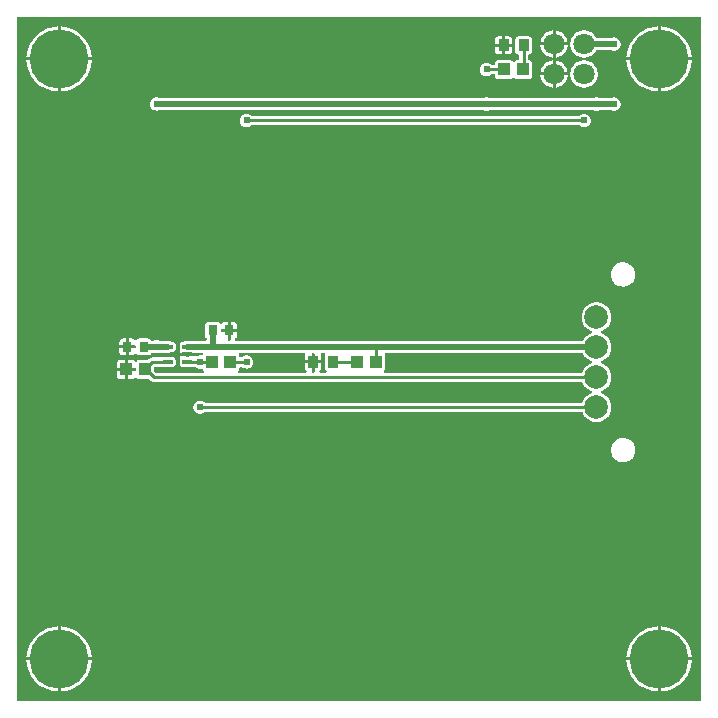
<source format=gtl>
G04 Layer: TopLayer*
G04 Panelize: , Column: 2, Row: 2, Board Size: 58.42mm x 58.42mm, Panelized Board Size: 118.84mm x 118.84mm*
G04 EasyEDA v6.5.34, 2023-08-21 18:11:39*
G04 ba809c9b4c8644faba3ff844f2f4f7cd,5a6b42c53f6a479593ecc07194224c93,10*
G04 Gerber Generator version 0.2*
G04 Scale: 100 percent, Rotated: No, Reflected: No *
G04 Dimensions in millimeters *
G04 leading zeros omitted , absolute positions ,4 integer and 5 decimal *
%FSLAX45Y45*%
%MOMM*%

%ADD10C,0.2540*%
%ADD11C,0.5000*%
%ADD12R,0.8350X0.3150*%
%ADD13R,0.8000X0.9000*%
%ADD14R,1.0000X1.1000*%
%ADD15R,0.8999X1.0000*%
%ADD16C,5.0000*%
%ADD17C,2.0000*%
%ADD18C,1.8000*%
%ADD19C,0.6100*%
%ADD20C,0.6096*%
%ADD21C,0.0118*%

%LPD*%
G36*
X5805932Y25908D02*
G01*
X36068Y26416D01*
X32156Y27178D01*
X28905Y29362D01*
X26670Y32664D01*
X25908Y36576D01*
X25908Y5805932D01*
X26670Y5809843D01*
X28905Y5813094D01*
X32156Y5815330D01*
X36068Y5816092D01*
X5805932Y5816092D01*
X5809843Y5815330D01*
X5813094Y5813094D01*
X5815330Y5809843D01*
X5816092Y5805932D01*
X5816092Y36068D01*
X5815330Y32207D01*
X5813094Y28905D01*
X5809843Y26670D01*
G37*

%LPC*%
G36*
X4584700Y5600700D02*
G01*
X4687112Y5600700D01*
X4686960Y5602528D01*
X4684268Y5616803D01*
X4679746Y5630672D01*
X4673549Y5643829D01*
X4665776Y5656122D01*
X4656480Y5667349D01*
X4645863Y5677306D01*
X4634077Y5685840D01*
X4621326Y5692851D01*
X4607814Y5698236D01*
X4593691Y5701842D01*
X4584700Y5702960D01*
G37*
G36*
X5448300Y105613D02*
G01*
X5448300Y368300D01*
X5185410Y368300D01*
X5187289Y346405D01*
X5191150Y323646D01*
X5196890Y301244D01*
X5204460Y279450D01*
X5213858Y258317D01*
X5224983Y238099D01*
X5237784Y218846D01*
X5252161Y200710D01*
X5267960Y183896D01*
X5285130Y168402D01*
X5303520Y154432D01*
X5323027Y142087D01*
X5343499Y131368D01*
X5364835Y122428D01*
X5386781Y115265D01*
X5409285Y109982D01*
X5432145Y106629D01*
G37*
G36*
X368300Y105613D02*
G01*
X368300Y368300D01*
X105410Y368300D01*
X107289Y346405D01*
X111150Y323646D01*
X116890Y301244D01*
X124460Y279450D01*
X133858Y258317D01*
X144983Y238099D01*
X157784Y218846D01*
X172161Y200710D01*
X187960Y183896D01*
X205130Y168402D01*
X223520Y154432D01*
X243027Y142087D01*
X263499Y131368D01*
X284835Y122428D01*
X306781Y115265D01*
X329285Y109982D01*
X352145Y106629D01*
G37*
G36*
X5473700Y393700D02*
G01*
X5736336Y393700D01*
X5735929Y404063D01*
X5733034Y427024D01*
X5728208Y449630D01*
X5721553Y471728D01*
X5713018Y493217D01*
X5702757Y513892D01*
X5690819Y533704D01*
X5677204Y552348D01*
X5662117Y569874D01*
X5645607Y586028D01*
X5627827Y600760D01*
X5608828Y613968D01*
X5588812Y625500D01*
X5567934Y635355D01*
X5546242Y643382D01*
X5523992Y649630D01*
X5501284Y653948D01*
X5478322Y656336D01*
X5473700Y656437D01*
G37*
G36*
X393700Y393700D02*
G01*
X656336Y393700D01*
X655929Y404063D01*
X653034Y427024D01*
X648208Y449630D01*
X641553Y471728D01*
X633018Y493217D01*
X622757Y513892D01*
X610819Y533704D01*
X597204Y552348D01*
X582117Y569874D01*
X565607Y586028D01*
X547827Y600760D01*
X528828Y613968D01*
X508812Y625500D01*
X487934Y635355D01*
X466242Y643382D01*
X443992Y649630D01*
X421284Y653948D01*
X398322Y656336D01*
X393700Y656437D01*
G37*
G36*
X5185410Y393700D02*
G01*
X5448300Y393700D01*
X5448300Y656386D01*
X5432145Y655370D01*
X5409285Y652018D01*
X5386781Y646734D01*
X5364835Y639572D01*
X5343499Y630631D01*
X5323027Y619912D01*
X5303520Y607568D01*
X5285130Y593598D01*
X5267960Y578104D01*
X5252161Y561289D01*
X5237784Y543153D01*
X5224983Y523900D01*
X5213858Y503682D01*
X5204460Y482549D01*
X5196890Y460756D01*
X5191150Y438353D01*
X5187289Y415594D01*
G37*
G36*
X105410Y393700D02*
G01*
X368300Y393700D01*
X368300Y656386D01*
X352145Y655370D01*
X329285Y652018D01*
X306781Y646734D01*
X284835Y639572D01*
X263499Y630631D01*
X243027Y619912D01*
X223520Y607568D01*
X205130Y593598D01*
X187960Y578104D01*
X172161Y561289D01*
X157784Y543153D01*
X144983Y523900D01*
X133858Y503682D01*
X124460Y482549D01*
X116890Y460756D01*
X111150Y438353D01*
X107289Y415594D01*
G37*
G36*
X5152745Y2046274D02*
G01*
X5166563Y2046732D01*
X5180177Y2049018D01*
X5193385Y2053132D01*
X5205933Y2058924D01*
X5217566Y2066391D01*
X5228082Y2075281D01*
X5237378Y2085543D01*
X5245201Y2096922D01*
X5251399Y2109216D01*
X5255920Y2122271D01*
X5258663Y2135835D01*
X5259628Y2149602D01*
X5258663Y2163368D01*
X5255920Y2176932D01*
X5251399Y2189937D01*
X5245201Y2202281D01*
X5237378Y2213660D01*
X5228082Y2223922D01*
X5217566Y2232812D01*
X5205933Y2240280D01*
X5193385Y2246071D01*
X5180177Y2250186D01*
X5166563Y2252472D01*
X5152745Y2252929D01*
X5139029Y2251557D01*
X5125618Y2248357D01*
X5112715Y2243378D01*
X5100574Y2236724D01*
X5089499Y2228545D01*
X5079542Y2218944D01*
X5071008Y2208123D01*
X5063947Y2196236D01*
X5058562Y2183536D01*
X5054904Y2170176D01*
X5053076Y2156510D01*
X5053076Y2142693D01*
X5054904Y2129028D01*
X5058562Y2115667D01*
X5063947Y2102967D01*
X5071008Y2091080D01*
X5079542Y2080260D01*
X5089499Y2070658D01*
X5100574Y2062480D01*
X5112715Y2055825D01*
X5125618Y2050846D01*
X5139029Y2047646D01*
G37*
G36*
X4931206Y2386279D02*
G01*
X4946396Y2387193D01*
X4961331Y2389936D01*
X4975860Y2394458D01*
X4989728Y2400706D01*
X5002733Y2408580D01*
X5014722Y2417927D01*
X5025440Y2428697D01*
X5034838Y2440635D01*
X5042662Y2453690D01*
X5048910Y2467508D01*
X5053431Y2482037D01*
X5056174Y2496972D01*
X5057089Y2512161D01*
X5056174Y2527350D01*
X5053431Y2542286D01*
X5048910Y2556814D01*
X5042662Y2570683D01*
X5034838Y2583688D01*
X5025440Y2595626D01*
X5014722Y2606395D01*
X5002733Y2615793D01*
X4989728Y2623616D01*
X4975809Y2629916D01*
X4972659Y2632151D01*
X4970526Y2635351D01*
X4969814Y2639161D01*
X4970526Y2642971D01*
X4972659Y2646222D01*
X4975809Y2648458D01*
X4989728Y2654706D01*
X5002733Y2662580D01*
X5014722Y2671927D01*
X5025440Y2682697D01*
X5034838Y2694635D01*
X5042662Y2707690D01*
X5048910Y2721508D01*
X5053431Y2736037D01*
X5056174Y2750972D01*
X5057089Y2766161D01*
X5056174Y2781350D01*
X5053431Y2796286D01*
X5048910Y2810814D01*
X5042662Y2824683D01*
X5034838Y2837688D01*
X5025440Y2849626D01*
X5014722Y2860395D01*
X5002733Y2869793D01*
X4989728Y2877616D01*
X4975809Y2883916D01*
X4972659Y2886151D01*
X4970526Y2889351D01*
X4969814Y2893161D01*
X4970526Y2896971D01*
X4972659Y2900222D01*
X4975809Y2902458D01*
X4989728Y2908706D01*
X5002733Y2916580D01*
X5014722Y2925927D01*
X5025440Y2936697D01*
X5034838Y2948635D01*
X5042662Y2961690D01*
X5048910Y2975508D01*
X5053431Y2990037D01*
X5056174Y3004972D01*
X5057089Y3020161D01*
X5056174Y3035350D01*
X5053431Y3050286D01*
X5048910Y3064814D01*
X5042662Y3078683D01*
X5034838Y3091688D01*
X5025440Y3103626D01*
X5014722Y3114395D01*
X5002733Y3123793D01*
X4989728Y3131616D01*
X4975809Y3137916D01*
X4972659Y3140151D01*
X4970526Y3143351D01*
X4969814Y3147161D01*
X4970526Y3150971D01*
X4972659Y3154222D01*
X4975809Y3156458D01*
X4989728Y3162706D01*
X5002733Y3170580D01*
X5014722Y3179927D01*
X5025440Y3190697D01*
X5034838Y3202635D01*
X5042662Y3215690D01*
X5048910Y3229508D01*
X5053431Y3244037D01*
X5056174Y3258972D01*
X5057089Y3274161D01*
X5056174Y3289350D01*
X5053431Y3304286D01*
X5048910Y3318814D01*
X5042662Y3332683D01*
X5034838Y3345687D01*
X5025440Y3357626D01*
X5014722Y3368395D01*
X5002733Y3377793D01*
X4989728Y3385616D01*
X4975860Y3391865D01*
X4961331Y3396386D01*
X4946396Y3399129D01*
X4931206Y3400044D01*
X4916017Y3399129D01*
X4901082Y3396386D01*
X4886553Y3391865D01*
X4872736Y3385616D01*
X4859680Y3377793D01*
X4847742Y3368395D01*
X4836972Y3357626D01*
X4827625Y3345687D01*
X4819751Y3332683D01*
X4813503Y3318814D01*
X4808982Y3304286D01*
X4806238Y3289350D01*
X4805324Y3274161D01*
X4806238Y3258972D01*
X4808982Y3244037D01*
X4813503Y3229508D01*
X4819751Y3215690D01*
X4827625Y3202635D01*
X4836972Y3190697D01*
X4847742Y3179927D01*
X4859680Y3170580D01*
X4872736Y3162706D01*
X4886655Y3156458D01*
X4889804Y3154222D01*
X4891887Y3150971D01*
X4892649Y3147161D01*
X4891887Y3143351D01*
X4889804Y3140151D01*
X4886655Y3137916D01*
X4872736Y3131616D01*
X4859680Y3123793D01*
X4847742Y3114395D01*
X4836972Y3103626D01*
X4827625Y3091688D01*
X4820970Y3080715D01*
X4818684Y3078073D01*
X4815687Y3076397D01*
X4812284Y3075787D01*
X1880057Y3075787D01*
X1875840Y3076702D01*
X1872386Y3079343D01*
X1870303Y3083153D01*
X1870049Y3087471D01*
X1871573Y3091535D01*
X1874672Y3094532D01*
X1878685Y3097072D01*
X1882800Y3101187D01*
X1885848Y3106064D01*
X1887778Y3111550D01*
X1888489Y3117850D01*
X1888489Y3149600D01*
X1835302Y3149600D01*
X1835302Y3085947D01*
X1834489Y3082086D01*
X1832305Y3078784D01*
X1829003Y3076549D01*
X1825142Y3075787D01*
X1820062Y3075787D01*
X1816150Y3076549D01*
X1812848Y3078784D01*
X1810664Y3082086D01*
X1809902Y3085947D01*
X1809902Y3149600D01*
X1758696Y3149600D01*
X1754784Y3150362D01*
X1751482Y3152546D01*
X1749298Y3155848D01*
X1748536Y3159760D01*
X1748536Y3164840D01*
X1749298Y3168700D01*
X1751482Y3172002D01*
X1754784Y3174238D01*
X1758696Y3175000D01*
X1809902Y3175000D01*
X1809902Y3233216D01*
X1783181Y3233216D01*
X1776831Y3232505D01*
X1771396Y3230575D01*
X1766468Y3227476D01*
X1762404Y3223412D01*
X1761185Y3221532D01*
X1758391Y3218586D01*
X1754632Y3216960D01*
X1750568Y3216960D01*
X1746808Y3218586D01*
X1744014Y3221532D01*
X1742795Y3223412D01*
X1738731Y3227476D01*
X1733804Y3230575D01*
X1728368Y3232505D01*
X1722018Y3233216D01*
X1643176Y3233216D01*
X1636877Y3232505D01*
X1631391Y3230575D01*
X1626514Y3227476D01*
X1622399Y3223412D01*
X1619300Y3218484D01*
X1617421Y3213049D01*
X1616710Y3206699D01*
X1616710Y3117850D01*
X1617421Y3111550D01*
X1619300Y3106064D01*
X1622399Y3101187D01*
X1629460Y3094532D01*
X1631137Y3091586D01*
X1631696Y3085947D01*
X1630933Y3082086D01*
X1628698Y3078784D01*
X1625396Y3076549D01*
X1621536Y3075787D01*
X1468983Y3075787D01*
X1459738Y3074974D01*
X1451152Y3072688D01*
X1443126Y3068929D01*
X1439519Y3066999D01*
X1436471Y3066542D01*
X1427378Y3066542D01*
X1421079Y3065830D01*
X1415592Y3063900D01*
X1410716Y3060852D01*
X1406601Y3056737D01*
X1403553Y3051860D01*
X1401622Y3046374D01*
X1400911Y3040075D01*
X1400911Y3009696D01*
X1401622Y3003397D01*
X1404975Y2994253D01*
X1404975Y2990494D01*
X1401622Y2981401D01*
X1400911Y2975051D01*
X1400911Y2972562D01*
X1460550Y2972562D01*
X1463395Y2973832D01*
X1466443Y2974187D01*
X1471523Y2973984D01*
X1473962Y2973578D01*
X1476248Y2972562D01*
X1541221Y2972562D01*
X1543710Y2973628D01*
X1546402Y2973984D01*
X1588973Y2973984D01*
X1592783Y2973222D01*
X1595983Y2971139D01*
X1598218Y2968040D01*
X1599133Y2964281D01*
X1598574Y2960471D01*
X1597507Y2957372D01*
X1595577Y2954070D01*
X1592630Y2951734D01*
X1589024Y2950616D01*
X1574800Y2951937D01*
X1564995Y2951073D01*
X1555546Y2948533D01*
X1550670Y2946298D01*
X1547266Y2945384D01*
X1543761Y2945688D01*
X1540560Y2947162D01*
X1481277Y2947162D01*
X1480515Y2942793D01*
X1478280Y2939491D01*
X1474978Y2937306D01*
X1471117Y2936494D01*
X1466037Y2936494D01*
X1462125Y2937306D01*
X1458823Y2939491D01*
X1456639Y2942793D01*
X1455877Y2947162D01*
X1400911Y2947162D01*
X1400911Y2944723D01*
X1401622Y2938373D01*
X1404975Y2929280D01*
X1404975Y2925521D01*
X1401622Y2916377D01*
X1400911Y2910027D01*
X1400911Y2879699D01*
X1401622Y2873349D01*
X1403502Y2867914D01*
X1406601Y2862986D01*
X1410665Y2858922D01*
X1415592Y2855823D01*
X1421028Y2853893D01*
X1427378Y2853182D01*
X1509725Y2853182D01*
X1516024Y2853893D01*
X1522323Y2856128D01*
X1525574Y2856687D01*
X1529994Y2856687D01*
X1533956Y2855925D01*
X1537258Y2853740D01*
X1538579Y2852420D01*
X1546606Y2846781D01*
X1555546Y2842666D01*
X1564995Y2840126D01*
X1574800Y2839262D01*
X1589532Y2840685D01*
X1593138Y2839567D01*
X1596085Y2837230D01*
X1597964Y2833979D01*
X1599336Y2830169D01*
X1602384Y2825242D01*
X1605534Y2822092D01*
X1607769Y2818841D01*
X1608531Y2814929D01*
X1607769Y2811018D01*
X1605534Y2807766D01*
X1602232Y2805531D01*
X1598371Y2804769D01*
X1201318Y2804769D01*
X1197406Y2805531D01*
X1194104Y2807766D01*
X1187551Y2814269D01*
X1185367Y2817571D01*
X1184605Y2821482D01*
X1184605Y2846070D01*
X1185367Y2849981D01*
X1187551Y2853283D01*
X1190853Y2855468D01*
X1194765Y2856230D01*
X1244142Y2856230D01*
X1247495Y2855671D01*
X1252524Y2853893D01*
X1258874Y2853182D01*
X1341221Y2853182D01*
X1347520Y2853893D01*
X1353007Y2855823D01*
X1357884Y2858922D01*
X1361998Y2862986D01*
X1365097Y2867914D01*
X1366977Y2873349D01*
X1367688Y2879699D01*
X1367688Y2910027D01*
X1366977Y2916377D01*
X1365097Y2921812D01*
X1361998Y2926740D01*
X1357884Y2930804D01*
X1353007Y2933903D01*
X1347520Y2935833D01*
X1341221Y2936544D01*
X1258874Y2936544D01*
X1252524Y2935833D01*
X1247495Y2934055D01*
X1244142Y2933446D01*
X1171143Y2933446D01*
X1163116Y2932684D01*
X1155903Y2930499D01*
X1149248Y2926943D01*
X1143000Y2921812D01*
X1137970Y2916783D01*
X1134668Y2914548D01*
X1130757Y2913786D01*
X1059281Y2913786D01*
X1052931Y2913075D01*
X1047496Y2911144D01*
X1042568Y2908096D01*
X1038504Y2903982D01*
X1037285Y2902102D01*
X1034491Y2899156D01*
X1030732Y2897530D01*
X1026668Y2897530D01*
X1022908Y2899156D01*
X1020114Y2902102D01*
X1018895Y2903982D01*
X1014831Y2908096D01*
X1009903Y2911144D01*
X1004468Y2913075D01*
X998118Y2913786D01*
X961390Y2913786D01*
X961390Y2845562D01*
X1022603Y2845562D01*
X1026515Y2844800D01*
X1029817Y2842615D01*
X1032002Y2839313D01*
X1032764Y2835402D01*
X1032764Y2830322D01*
X1032002Y2826461D01*
X1029817Y2823159D01*
X1026515Y2820974D01*
X1022603Y2820162D01*
X961390Y2820162D01*
X961390Y2751988D01*
X998118Y2751988D01*
X1004468Y2752699D01*
X1009903Y2754579D01*
X1014831Y2757678D01*
X1018895Y2761742D01*
X1020114Y2763672D01*
X1022908Y2766618D01*
X1026668Y2768193D01*
X1030732Y2768193D01*
X1034491Y2766618D01*
X1037285Y2763672D01*
X1038504Y2761742D01*
X1042568Y2757678D01*
X1047496Y2754579D01*
X1052931Y2752699D01*
X1059281Y2751988D01*
X1136497Y2751988D01*
X1140358Y2751175D01*
X1143660Y2748991D01*
X1153464Y2739237D01*
X1159662Y2734106D01*
X1166317Y2730550D01*
X1173581Y2728366D01*
X1181608Y2727553D01*
X4804206Y2727553D01*
X4808016Y2726842D01*
X4811268Y2724708D01*
X4813503Y2721559D01*
X4819751Y2707690D01*
X4827625Y2694635D01*
X4836972Y2682697D01*
X4847742Y2671927D01*
X4859680Y2662580D01*
X4872736Y2654706D01*
X4886655Y2648458D01*
X4889804Y2646222D01*
X4891887Y2642971D01*
X4892649Y2639161D01*
X4891887Y2635351D01*
X4889804Y2632151D01*
X4886655Y2629916D01*
X4872736Y2623616D01*
X4859680Y2615793D01*
X4847742Y2606395D01*
X4836972Y2595626D01*
X4827625Y2583688D01*
X4819751Y2570683D01*
X4813858Y2557526D01*
X4811623Y2554376D01*
X4808372Y2552293D01*
X4804562Y2551531D01*
X1619758Y2551531D01*
X1615897Y2552344D01*
X1612595Y2554528D01*
X1611020Y2556103D01*
X1602994Y2561742D01*
X1594053Y2565908D01*
X1584604Y2568448D01*
X1574800Y2569311D01*
X1564995Y2568448D01*
X1555546Y2565908D01*
X1546606Y2561742D01*
X1538579Y2556103D01*
X1531620Y2549144D01*
X1525981Y2541117D01*
X1521866Y2532227D01*
X1519326Y2522728D01*
X1518462Y2512923D01*
X1519326Y2503170D01*
X1521866Y2493670D01*
X1525981Y2484780D01*
X1531620Y2476703D01*
X1538579Y2469794D01*
X1546606Y2464155D01*
X1555546Y2459990D01*
X1564995Y2457450D01*
X1574800Y2456586D01*
X1584604Y2457450D01*
X1594053Y2459990D01*
X1602994Y2464155D01*
X1611020Y2469794D01*
X1612595Y2471369D01*
X1615897Y2473553D01*
X1619808Y2474315D01*
X4803902Y2474315D01*
X4807712Y2473604D01*
X4810963Y2471521D01*
X4813198Y2468321D01*
X4819751Y2453640D01*
X4827625Y2440635D01*
X4836972Y2428697D01*
X4847742Y2417927D01*
X4859680Y2408580D01*
X4872736Y2400706D01*
X4886553Y2394458D01*
X4901082Y2389936D01*
X4916017Y2387193D01*
G37*
G36*
X899261Y2751988D02*
G01*
X935990Y2751988D01*
X935990Y2820162D01*
X872794Y2820162D01*
X872794Y2778455D01*
X873506Y2772105D01*
X875436Y2766669D01*
X878484Y2761742D01*
X882599Y2757678D01*
X887476Y2754579D01*
X892962Y2752699D01*
G37*
G36*
X4456887Y5600700D02*
G01*
X4559300Y5600700D01*
X4559300Y5702960D01*
X4550308Y5701842D01*
X4536186Y5698236D01*
X4522673Y5692851D01*
X4509922Y5685840D01*
X4498136Y5677306D01*
X4487519Y5667349D01*
X4478223Y5656122D01*
X4470450Y5643829D01*
X4464253Y5630672D01*
X4459732Y5616803D01*
X4457039Y5602528D01*
G37*
G36*
X4156811Y5588000D02*
G01*
X4214977Y5588000D01*
X4214977Y5624728D01*
X4214266Y5631027D01*
X4212386Y5636514D01*
X4209288Y5641390D01*
X4205224Y5645505D01*
X4200296Y5648604D01*
X4194860Y5650484D01*
X4188510Y5651195D01*
X4156811Y5651195D01*
G37*
G36*
X872794Y2845562D02*
G01*
X935990Y2845562D01*
X935990Y2913786D01*
X899261Y2913786D01*
X892962Y2913075D01*
X887476Y2911144D01*
X882599Y2908096D01*
X878484Y2903982D01*
X875436Y2899105D01*
X873506Y2893618D01*
X872794Y2887319D01*
G37*
G36*
X919276Y2952445D02*
G01*
X945997Y2952445D01*
X945997Y3010662D01*
X892810Y3010662D01*
X892810Y2978962D01*
X893521Y2972612D01*
X895400Y2967177D01*
X898499Y2962249D01*
X902614Y2958185D01*
X907491Y2955086D01*
X912977Y2953156D01*
G37*
G36*
X971397Y2952445D02*
G01*
X998118Y2952445D01*
X1004468Y2953156D01*
X1009903Y2955086D01*
X1014831Y2958185D01*
X1018895Y2962249D01*
X1020114Y2964129D01*
X1022908Y2967075D01*
X1026668Y2968701D01*
X1030732Y2968701D01*
X1034491Y2967075D01*
X1037285Y2964129D01*
X1038504Y2962249D01*
X1042568Y2958185D01*
X1047496Y2955086D01*
X1052931Y2953156D01*
X1059230Y2952445D01*
X1138123Y2952445D01*
X1144422Y2953156D01*
X1149908Y2955086D01*
X1154785Y2958185D01*
X1158900Y2962249D01*
X1162304Y2967736D01*
X1164590Y2970276D01*
X1167587Y2971901D01*
X1170940Y2972460D01*
X1183894Y2972460D01*
X1186484Y2972104D01*
X1196695Y2969412D01*
X1206500Y2968548D01*
X1216253Y2969412D01*
X1225753Y2971952D01*
X1228090Y2973019D01*
X1232408Y2973984D01*
X1299616Y2973984D01*
X1308862Y2974797D01*
X1317447Y2977083D01*
X1325473Y2980842D01*
X1329080Y2982772D01*
X1332128Y2983230D01*
X1341221Y2983230D01*
X1347571Y2983941D01*
X1353007Y2985871D01*
X1357934Y2988919D01*
X1361998Y2993034D01*
X1365097Y2997911D01*
X1367028Y3003397D01*
X1367739Y3009696D01*
X1367739Y3040075D01*
X1367028Y3046374D01*
X1365097Y3051860D01*
X1361998Y3056737D01*
X1357934Y3060852D01*
X1353007Y3063900D01*
X1347571Y3065830D01*
X1341221Y3066542D01*
X1332128Y3066542D01*
X1329029Y3066999D01*
X1325473Y3068929D01*
X1317447Y3072688D01*
X1308862Y3074974D01*
X1299616Y3075787D01*
X1232408Y3075787D01*
X1228090Y3076752D01*
X1225753Y3077819D01*
X1216253Y3080359D01*
X1206500Y3081223D01*
X1196695Y3080359D01*
X1187196Y3077819D01*
X1181658Y3075228D01*
X1177340Y3074314D01*
X1170889Y3074314D01*
X1167536Y3074873D01*
X1164590Y3076498D01*
X1162304Y3079038D01*
X1158900Y3084474D01*
X1154785Y3088589D01*
X1149908Y3091637D01*
X1144422Y3093567D01*
X1138123Y3094278D01*
X1059230Y3094278D01*
X1052931Y3093567D01*
X1047496Y3091637D01*
X1042568Y3088589D01*
X1038504Y3084474D01*
X1037285Y3082594D01*
X1034491Y3079648D01*
X1030732Y3078073D01*
X1026668Y3078073D01*
X1022908Y3079648D01*
X1020114Y3082594D01*
X1018895Y3084474D01*
X1014831Y3088589D01*
X1009903Y3091637D01*
X1004468Y3093567D01*
X998118Y3094278D01*
X971397Y3094278D01*
X971397Y3036062D01*
X1022603Y3036062D01*
X1026515Y3035300D01*
X1029817Y3033115D01*
X1032002Y3029813D01*
X1032764Y3025902D01*
X1032764Y3020822D01*
X1032002Y3016961D01*
X1029817Y3013659D01*
X1026515Y3011424D01*
X1022603Y3010662D01*
X971397Y3010662D01*
G37*
G36*
X892810Y3036062D02*
G01*
X945997Y3036062D01*
X945997Y3094278D01*
X919276Y3094278D01*
X912977Y3093567D01*
X907491Y3091637D01*
X902614Y3088589D01*
X898499Y3084474D01*
X895400Y3079597D01*
X893521Y3074111D01*
X892810Y3067812D01*
G37*
G36*
X5473700Y105562D02*
G01*
X5478322Y105664D01*
X5501284Y108051D01*
X5523992Y112369D01*
X5546242Y118618D01*
X5567934Y126644D01*
X5588812Y136499D01*
X5608828Y148031D01*
X5627827Y161239D01*
X5645607Y175971D01*
X5662117Y192125D01*
X5677204Y209600D01*
X5690819Y228295D01*
X5702757Y248107D01*
X5713018Y268782D01*
X5721553Y290271D01*
X5728208Y312369D01*
X5733034Y334975D01*
X5735929Y357936D01*
X5736336Y368300D01*
X5473700Y368300D01*
G37*
G36*
X1835302Y3175000D02*
G01*
X1888489Y3175000D01*
X1888489Y3206699D01*
X1887778Y3213049D01*
X1885848Y3218484D01*
X1882800Y3223412D01*
X1878685Y3227476D01*
X1873808Y3230575D01*
X1868322Y3232505D01*
X1862023Y3233216D01*
X1835302Y3233216D01*
G37*
G36*
X5152745Y3533343D02*
G01*
X5166563Y3533851D01*
X5180177Y3536137D01*
X5193385Y3540201D01*
X5205933Y3546043D01*
X5217566Y3553460D01*
X5228082Y3562400D01*
X5237378Y3572611D01*
X5245201Y3583990D01*
X5251399Y3596335D01*
X5255920Y3609390D01*
X5258663Y3622903D01*
X5259628Y3636670D01*
X5258663Y3650487D01*
X5255920Y3664000D01*
X5251399Y3677056D01*
X5245201Y3689400D01*
X5237378Y3700779D01*
X5228082Y3710990D01*
X5217566Y3719931D01*
X5205933Y3727348D01*
X5193385Y3733190D01*
X5180177Y3737254D01*
X5166563Y3739540D01*
X5152745Y3740048D01*
X5139029Y3738626D01*
X5125618Y3735425D01*
X5112715Y3730498D01*
X5100574Y3723843D01*
X5089499Y3715664D01*
X5079542Y3706063D01*
X5071008Y3695192D01*
X5063947Y3683304D01*
X5058562Y3670604D01*
X5054904Y3657295D01*
X5053076Y3643579D01*
X5053076Y3629812D01*
X5054904Y3616096D01*
X5058562Y3602786D01*
X5063947Y3590086D01*
X5071008Y3578199D01*
X5079542Y3567328D01*
X5089499Y3557727D01*
X5100574Y3549548D01*
X5112715Y3542893D01*
X5125618Y3537965D01*
X5139029Y3534765D01*
G37*
G36*
X1968500Y4883962D02*
G01*
X1978304Y4884775D01*
X1987753Y4887315D01*
X1996693Y4891481D01*
X2004720Y4897120D01*
X2006295Y4898694D01*
X2009597Y4900930D01*
X2013508Y4901692D01*
X4780991Y4901692D01*
X4784902Y4900930D01*
X4788154Y4898694D01*
X4789779Y4897120D01*
X4797806Y4891481D01*
X4806696Y4887315D01*
X4816195Y4884775D01*
X4826000Y4883962D01*
X4835753Y4884775D01*
X4845253Y4887315D01*
X4854143Y4891481D01*
X4862220Y4897120D01*
X4869180Y4904079D01*
X4874768Y4912106D01*
X4878933Y4920996D01*
X4881473Y4930495D01*
X4882337Y4940300D01*
X4881473Y4950053D01*
X4878933Y4959553D01*
X4874768Y4968443D01*
X4869180Y4976520D01*
X4862220Y4983480D01*
X4854143Y4989068D01*
X4845253Y4993233D01*
X4835753Y4995773D01*
X4826000Y4996637D01*
X4816195Y4995773D01*
X4806696Y4993233D01*
X4797806Y4989068D01*
X4789779Y4983480D01*
X4788204Y4981905D01*
X4784902Y4979670D01*
X4780991Y4978908D01*
X2013457Y4978908D01*
X2009597Y4979670D01*
X2006295Y4981905D01*
X2004720Y4983480D01*
X1996693Y4989068D01*
X1987753Y4993233D01*
X1978304Y4995773D01*
X1968500Y4996637D01*
X1958695Y4995773D01*
X1949246Y4993233D01*
X1940306Y4989068D01*
X1932279Y4983480D01*
X1925320Y4976520D01*
X1919681Y4968443D01*
X1915566Y4959553D01*
X1913026Y4950053D01*
X1912162Y4940300D01*
X1913026Y4930495D01*
X1915566Y4920996D01*
X1919681Y4912106D01*
X1925320Y4904079D01*
X1932279Y4897120D01*
X1940306Y4891481D01*
X1949246Y4887315D01*
X1958695Y4884775D01*
G37*
G36*
X4931206Y5023612D02*
G01*
X4941011Y5024475D01*
X4950460Y5027015D01*
X4952847Y5028133D01*
X4957165Y5029098D01*
X5054041Y5029098D01*
X5058308Y5028133D01*
X5060746Y5027015D01*
X5070195Y5024475D01*
X5080000Y5023612D01*
X5089804Y5024475D01*
X5099253Y5027015D01*
X5108194Y5031181D01*
X5116220Y5036820D01*
X5123180Y5043728D01*
X5128818Y5051806D01*
X5132933Y5060696D01*
X5135473Y5070195D01*
X5136337Y5079949D01*
X5135473Y5089753D01*
X5132933Y5099253D01*
X5128818Y5108143D01*
X5123180Y5116220D01*
X5116220Y5123129D01*
X5108194Y5128768D01*
X5099253Y5132933D01*
X5089804Y5135473D01*
X5080000Y5136337D01*
X5070195Y5135473D01*
X5060746Y5132933D01*
X5058460Y5131866D01*
X5054142Y5130901D01*
X4957064Y5130901D01*
X4952746Y5131866D01*
X4950460Y5132933D01*
X4941011Y5135473D01*
X4931206Y5136337D01*
X4921402Y5135473D01*
X4911953Y5132933D01*
X4909667Y5131866D01*
X4905349Y5130901D01*
X4026357Y5130901D01*
X4022090Y5131866D01*
X4019753Y5132933D01*
X4010253Y5135473D01*
X4000500Y5136337D01*
X3990695Y5135473D01*
X3981196Y5132933D01*
X3978910Y5131866D01*
X3974592Y5130901D01*
X1234135Y5130901D01*
X1229868Y5131866D01*
X1225804Y5133746D01*
X1216304Y5136286D01*
X1206500Y5137150D01*
X1196746Y5136286D01*
X1187246Y5133746D01*
X1178356Y5129580D01*
X1170279Y5123942D01*
X1163320Y5117033D01*
X1157681Y5108956D01*
X1153566Y5100066D01*
X1151026Y5090566D01*
X1150162Y5080762D01*
X1151026Y5071008D01*
X1153566Y5061508D01*
X1157681Y5052618D01*
X1163320Y5044541D01*
X1170279Y5037582D01*
X1178356Y5031943D01*
X1187246Y5027828D01*
X1196746Y5025288D01*
X1206500Y5024424D01*
X1216304Y5025288D01*
X1230782Y5029098D01*
X3974541Y5029098D01*
X3978859Y5028133D01*
X3981196Y5027015D01*
X3990695Y5024475D01*
X4000500Y5023662D01*
X4010253Y5024475D01*
X4019753Y5027015D01*
X4022140Y5028133D01*
X4026408Y5029098D01*
X4905248Y5029098D01*
X4909566Y5028133D01*
X4911953Y5027015D01*
X4921402Y5024475D01*
G37*
G36*
X393700Y105562D02*
G01*
X398322Y105664D01*
X421284Y108051D01*
X443992Y112369D01*
X466242Y118618D01*
X487934Y126644D01*
X508812Y136499D01*
X528828Y148031D01*
X547827Y161239D01*
X565607Y175971D01*
X582117Y192125D01*
X597204Y209600D01*
X610819Y228295D01*
X622757Y248107D01*
X633018Y268782D01*
X641553Y290271D01*
X648208Y312369D01*
X653034Y334975D01*
X655929Y357936D01*
X656336Y368300D01*
X393700Y368300D01*
G37*
G36*
X393700Y5185562D02*
G01*
X398322Y5185664D01*
X421284Y5188051D01*
X443992Y5192369D01*
X466242Y5198618D01*
X487934Y5206644D01*
X508812Y5216499D01*
X528828Y5228031D01*
X547827Y5241239D01*
X565607Y5255971D01*
X582117Y5272125D01*
X597204Y5289600D01*
X610819Y5308295D01*
X622757Y5328107D01*
X633018Y5348782D01*
X641553Y5370271D01*
X648208Y5392369D01*
X653034Y5414975D01*
X655929Y5437936D01*
X656336Y5448300D01*
X393700Y5448300D01*
G37*
G36*
X5448300Y5185613D02*
G01*
X5448300Y5448300D01*
X5185410Y5448300D01*
X5187289Y5426405D01*
X5191150Y5403646D01*
X5196890Y5381244D01*
X5204460Y5359450D01*
X5213858Y5338318D01*
X5224983Y5318099D01*
X5237784Y5298846D01*
X5252161Y5280710D01*
X5267960Y5263896D01*
X5285130Y5248402D01*
X5303520Y5234432D01*
X5323027Y5222087D01*
X5343499Y5211368D01*
X5364835Y5202428D01*
X5386781Y5195265D01*
X5409285Y5189982D01*
X5432145Y5186629D01*
G37*
G36*
X368300Y5185613D02*
G01*
X368300Y5448300D01*
X105410Y5448300D01*
X107289Y5426405D01*
X111150Y5403646D01*
X116890Y5381244D01*
X124460Y5359450D01*
X133858Y5338318D01*
X144983Y5318099D01*
X157784Y5298846D01*
X172161Y5280710D01*
X187960Y5263896D01*
X205130Y5248402D01*
X223520Y5234432D01*
X243027Y5222087D01*
X263499Y5211368D01*
X284835Y5202428D01*
X306781Y5195265D01*
X329285Y5189982D01*
X352145Y5186629D01*
G37*
G36*
X4818735Y5218328D02*
G01*
X4833264Y5218328D01*
X4847691Y5220157D01*
X4861814Y5223764D01*
X4875326Y5229148D01*
X4888077Y5236159D01*
X4899863Y5244693D01*
X4910480Y5254650D01*
X4919776Y5265877D01*
X4927549Y5278170D01*
X4933746Y5291328D01*
X4938268Y5305196D01*
X4940960Y5319471D01*
X4941874Y5334000D01*
X4940960Y5348528D01*
X4938268Y5362803D01*
X4933746Y5376672D01*
X4927549Y5389829D01*
X4919776Y5402122D01*
X4910480Y5413349D01*
X4899863Y5423306D01*
X4888077Y5431840D01*
X4875326Y5438851D01*
X4861814Y5444236D01*
X4847691Y5447842D01*
X4833264Y5449671D01*
X4818735Y5449671D01*
X4804308Y5447842D01*
X4790186Y5444236D01*
X4776673Y5438851D01*
X4763922Y5431840D01*
X4752136Y5423306D01*
X4741519Y5413349D01*
X4732223Y5402122D01*
X4724450Y5389829D01*
X4718253Y5376672D01*
X4713732Y5362803D01*
X4711039Y5348528D01*
X4710125Y5334000D01*
X4711039Y5319471D01*
X4713732Y5305196D01*
X4718253Y5291328D01*
X4724450Y5278170D01*
X4732223Y5265877D01*
X4741519Y5254650D01*
X4752136Y5244693D01*
X4763922Y5236159D01*
X4776673Y5229148D01*
X4790186Y5223764D01*
X4804308Y5220157D01*
G37*
G36*
X4584700Y5219039D02*
G01*
X4593691Y5220157D01*
X4607814Y5223764D01*
X4621326Y5229148D01*
X4634077Y5236159D01*
X4645863Y5244693D01*
X4656480Y5254650D01*
X4665776Y5265877D01*
X4673549Y5278170D01*
X4679746Y5291328D01*
X4684268Y5305196D01*
X4686960Y5319471D01*
X4687112Y5321300D01*
X4584700Y5321300D01*
G37*
G36*
X4559300Y5219039D02*
G01*
X4559300Y5321300D01*
X4456887Y5321300D01*
X4457039Y5319471D01*
X4459732Y5305196D01*
X4464253Y5291328D01*
X4470450Y5278170D01*
X4478223Y5265877D01*
X4487519Y5254650D01*
X4498136Y5244693D01*
X4509922Y5236159D01*
X4522673Y5229148D01*
X4536186Y5223764D01*
X4550308Y5220157D01*
G37*
G36*
X4099661Y5291175D02*
G01*
X4198518Y5291175D01*
X4204868Y5291886D01*
X4210304Y5293817D01*
X4215231Y5296916D01*
X4219295Y5300980D01*
X4220514Y5302859D01*
X4223308Y5305806D01*
X4227068Y5307431D01*
X4231132Y5307431D01*
X4234891Y5305806D01*
X4237685Y5302859D01*
X4238904Y5300980D01*
X4242968Y5296916D01*
X4247896Y5293817D01*
X4253331Y5291886D01*
X4259681Y5291175D01*
X4358538Y5291175D01*
X4364837Y5291886D01*
X4370324Y5293817D01*
X4375200Y5296916D01*
X4379315Y5300980D01*
X4382363Y5305907D01*
X4384294Y5311343D01*
X4385005Y5317693D01*
X4385005Y5426506D01*
X4384294Y5432856D01*
X4382363Y5438292D01*
X4379315Y5443220D01*
X4375200Y5447284D01*
X4370324Y5450382D01*
X4364837Y5452313D01*
X4361738Y5452668D01*
X4358182Y5453735D01*
X4355287Y5455970D01*
X4353356Y5459120D01*
X4352696Y5462727D01*
X4352696Y5489651D01*
X4353356Y5493258D01*
X4355287Y5496407D01*
X4358182Y5498693D01*
X4361738Y5499760D01*
X4364837Y5500116D01*
X4370324Y5501995D01*
X4375200Y5505094D01*
X4379315Y5509158D01*
X4382363Y5514086D01*
X4384294Y5519521D01*
X4385005Y5525871D01*
X4385005Y5624728D01*
X4384294Y5631027D01*
X4382363Y5636514D01*
X4379315Y5641390D01*
X4375200Y5645505D01*
X4370324Y5648604D01*
X4364837Y5650484D01*
X4358538Y5651195D01*
X4269689Y5651195D01*
X4263339Y5650484D01*
X4257903Y5648604D01*
X4252976Y5645505D01*
X4248912Y5641390D01*
X4245813Y5636514D01*
X4243882Y5631027D01*
X4243171Y5624728D01*
X4243171Y5525871D01*
X4243882Y5519521D01*
X4245813Y5514086D01*
X4248912Y5509158D01*
X4252976Y5505094D01*
X4257903Y5501995D01*
X4263339Y5500116D01*
X4266438Y5499760D01*
X4269994Y5498693D01*
X4272889Y5496407D01*
X4274820Y5493258D01*
X4275480Y5489651D01*
X4275480Y5463184D01*
X4274718Y5459272D01*
X4272534Y5455970D01*
X4269232Y5453786D01*
X4265320Y5453024D01*
X4259681Y5453024D01*
X4253331Y5452313D01*
X4247896Y5450382D01*
X4242968Y5447284D01*
X4238904Y5443220D01*
X4237685Y5441340D01*
X4234891Y5438394D01*
X4231132Y5436768D01*
X4227068Y5436768D01*
X4223308Y5438394D01*
X4220514Y5441340D01*
X4219295Y5443220D01*
X4215231Y5447284D01*
X4210304Y5450382D01*
X4204868Y5452313D01*
X4198518Y5453024D01*
X4099661Y5453024D01*
X4093362Y5452313D01*
X4087876Y5450382D01*
X4082999Y5447284D01*
X4078884Y5443220D01*
X4075836Y5438292D01*
X4073906Y5432856D01*
X4073194Y5426506D01*
X4073194Y5420868D01*
X4072432Y5416956D01*
X4070197Y5413705D01*
X4066946Y5411470D01*
X4063034Y5410708D01*
X4045508Y5410708D01*
X4041597Y5411470D01*
X4038295Y5413705D01*
X4036720Y5415280D01*
X4028694Y5420918D01*
X4019753Y5425033D01*
X4010304Y5427573D01*
X4000500Y5428437D01*
X3990695Y5427573D01*
X3981246Y5425033D01*
X3972306Y5420918D01*
X3964279Y5415280D01*
X3957320Y5408320D01*
X3951681Y5400294D01*
X3947566Y5391353D01*
X3945026Y5381904D01*
X3944162Y5372100D01*
X3945026Y5362295D01*
X3947566Y5352846D01*
X3951681Y5343906D01*
X3957320Y5335879D01*
X3964279Y5328920D01*
X3972306Y5323281D01*
X3981246Y5319166D01*
X3990695Y5316626D01*
X4000500Y5315762D01*
X4010304Y5316626D01*
X4019753Y5319166D01*
X4028694Y5323281D01*
X4036720Y5328920D01*
X4038295Y5330494D01*
X4041597Y5332730D01*
X4045508Y5333492D01*
X4063034Y5333492D01*
X4066946Y5332730D01*
X4070197Y5330494D01*
X4072432Y5327243D01*
X4073194Y5323332D01*
X4073194Y5317693D01*
X4073906Y5311343D01*
X4075836Y5305907D01*
X4078884Y5300980D01*
X4082999Y5296916D01*
X4087876Y5293817D01*
X4093362Y5291886D01*
G37*
G36*
X4456887Y5346700D02*
G01*
X4559300Y5346700D01*
X4559300Y5448960D01*
X4550308Y5447842D01*
X4536186Y5444236D01*
X4522673Y5438851D01*
X4509922Y5431840D01*
X4498136Y5423306D01*
X4487519Y5413349D01*
X4478223Y5402122D01*
X4470450Y5389829D01*
X4464253Y5376672D01*
X4459732Y5362803D01*
X4457039Y5348528D01*
G37*
G36*
X4584700Y5346700D02*
G01*
X4687112Y5346700D01*
X4686960Y5348528D01*
X4684268Y5362803D01*
X4679746Y5376672D01*
X4673549Y5389829D01*
X4665776Y5402122D01*
X4656480Y5413349D01*
X4645863Y5423306D01*
X4634077Y5431840D01*
X4621326Y5438851D01*
X4607814Y5444236D01*
X4593691Y5447842D01*
X4584700Y5448960D01*
G37*
G36*
X4818735Y5472328D02*
G01*
X4833264Y5472328D01*
X4847691Y5474157D01*
X4861814Y5477764D01*
X4875326Y5483148D01*
X4888077Y5490159D01*
X4899863Y5498693D01*
X4910480Y5508650D01*
X4919776Y5519877D01*
X4927701Y5532374D01*
X4929936Y5534914D01*
X4932934Y5536539D01*
X4936286Y5537098D01*
X5054092Y5537098D01*
X5058410Y5536133D01*
X5060746Y5535066D01*
X5070195Y5532526D01*
X5080000Y5531662D01*
X5089804Y5532526D01*
X5099253Y5535066D01*
X5108194Y5539181D01*
X5116220Y5544820D01*
X5123180Y5551779D01*
X5128818Y5559806D01*
X5132933Y5568746D01*
X5135473Y5578195D01*
X5136337Y5588000D01*
X5135473Y5597804D01*
X5132933Y5607253D01*
X5128818Y5616194D01*
X5123180Y5624220D01*
X5116220Y5631180D01*
X5108194Y5636818D01*
X5099253Y5640933D01*
X5089804Y5643473D01*
X5080000Y5644337D01*
X5070195Y5643473D01*
X5060746Y5640933D01*
X5058410Y5639866D01*
X5054092Y5638901D01*
X4936286Y5638901D01*
X4932934Y5639460D01*
X4929936Y5641086D01*
X4927701Y5643626D01*
X4919776Y5656122D01*
X4910480Y5667349D01*
X4899863Y5677306D01*
X4888077Y5685840D01*
X4875326Y5692851D01*
X4861814Y5698236D01*
X4847691Y5701842D01*
X4833264Y5703671D01*
X4818735Y5703671D01*
X4804308Y5701842D01*
X4790186Y5698236D01*
X4776673Y5692851D01*
X4763922Y5685840D01*
X4752136Y5677306D01*
X4741519Y5667349D01*
X4732223Y5656122D01*
X4724450Y5643829D01*
X4718253Y5630672D01*
X4713732Y5616803D01*
X4711039Y5602528D01*
X4710125Y5588000D01*
X4711039Y5573471D01*
X4713732Y5559196D01*
X4718253Y5545328D01*
X4724450Y5532170D01*
X4732223Y5519877D01*
X4741519Y5508650D01*
X4752136Y5498693D01*
X4763922Y5490159D01*
X4776673Y5483148D01*
X4790186Y5477764D01*
X4804308Y5474157D01*
G37*
G36*
X4559300Y5473039D02*
G01*
X4559300Y5575300D01*
X4456887Y5575300D01*
X4457039Y5573471D01*
X4459732Y5559196D01*
X4464253Y5545328D01*
X4470450Y5532170D01*
X4478223Y5519877D01*
X4487519Y5508650D01*
X4498136Y5498693D01*
X4509922Y5490159D01*
X4522673Y5483148D01*
X4536186Y5477764D01*
X4550308Y5474157D01*
G37*
G36*
X4584700Y5473039D02*
G01*
X4593691Y5474157D01*
X4607814Y5477764D01*
X4621326Y5483148D01*
X4634077Y5490159D01*
X4645863Y5498693D01*
X4656480Y5508650D01*
X4665776Y5519877D01*
X4673549Y5532170D01*
X4679746Y5545328D01*
X4684268Y5559196D01*
X4686960Y5573471D01*
X4687112Y5575300D01*
X4584700Y5575300D01*
G37*
G36*
X5473700Y5473700D02*
G01*
X5736336Y5473700D01*
X5735929Y5484063D01*
X5733034Y5507024D01*
X5728208Y5529630D01*
X5721553Y5551728D01*
X5713018Y5573217D01*
X5702757Y5593892D01*
X5690819Y5613704D01*
X5677204Y5632348D01*
X5662117Y5649874D01*
X5645607Y5666028D01*
X5627827Y5680760D01*
X5608828Y5693968D01*
X5588812Y5705500D01*
X5567934Y5715355D01*
X5546242Y5723382D01*
X5523992Y5729630D01*
X5501284Y5733948D01*
X5478322Y5736336D01*
X5473700Y5736437D01*
G37*
G36*
X393700Y5473700D02*
G01*
X656336Y5473700D01*
X655929Y5484063D01*
X653034Y5507024D01*
X648208Y5529630D01*
X641553Y5551728D01*
X633018Y5573217D01*
X622757Y5593892D01*
X610819Y5613704D01*
X597204Y5632348D01*
X582117Y5649874D01*
X565607Y5666028D01*
X547827Y5680760D01*
X528828Y5693968D01*
X508812Y5705500D01*
X487934Y5715355D01*
X466242Y5723382D01*
X443992Y5729630D01*
X421284Y5733948D01*
X398322Y5736336D01*
X393700Y5736437D01*
G37*
G36*
X5185410Y5473700D02*
G01*
X5448300Y5473700D01*
X5448300Y5736386D01*
X5432145Y5735370D01*
X5409285Y5732018D01*
X5386781Y5726734D01*
X5364835Y5719572D01*
X5343499Y5710631D01*
X5323027Y5699912D01*
X5303520Y5687568D01*
X5285130Y5673598D01*
X5267960Y5658104D01*
X5252161Y5641289D01*
X5237784Y5623153D01*
X5224983Y5603900D01*
X5213858Y5583682D01*
X5204460Y5562549D01*
X5196890Y5540756D01*
X5191150Y5518353D01*
X5187289Y5495594D01*
G37*
G36*
X105410Y5473700D02*
G01*
X368300Y5473700D01*
X368300Y5736386D01*
X352145Y5735370D01*
X329285Y5732018D01*
X306781Y5726734D01*
X284835Y5719572D01*
X263499Y5710631D01*
X243027Y5699912D01*
X223520Y5687568D01*
X205130Y5673598D01*
X187960Y5658104D01*
X172161Y5641289D01*
X157784Y5623153D01*
X144983Y5603900D01*
X133858Y5583682D01*
X124460Y5562549D01*
X116890Y5540756D01*
X111150Y5518353D01*
X107289Y5495594D01*
G37*
G36*
X4099661Y5499404D02*
G01*
X4131411Y5499404D01*
X4131411Y5562600D01*
X4073194Y5562600D01*
X4073194Y5525871D01*
X4073906Y5519521D01*
X4075785Y5514086D01*
X4078884Y5509158D01*
X4082999Y5505094D01*
X4087876Y5501995D01*
X4093362Y5500116D01*
G37*
G36*
X4156811Y5499404D02*
G01*
X4188510Y5499404D01*
X4194860Y5500116D01*
X4200296Y5501995D01*
X4205224Y5505094D01*
X4209288Y5509158D01*
X4212386Y5514086D01*
X4214266Y5519521D01*
X4214977Y5525871D01*
X4214977Y5562600D01*
X4156811Y5562600D01*
G37*
G36*
X4073194Y5588000D02*
G01*
X4131411Y5588000D01*
X4131411Y5651195D01*
X4099661Y5651195D01*
X4093362Y5650484D01*
X4087876Y5648604D01*
X4082999Y5645505D01*
X4078884Y5641390D01*
X4075785Y5636514D01*
X4073906Y5631027D01*
X4073194Y5624728D01*
G37*
G36*
X5473700Y5185562D02*
G01*
X5478322Y5185664D01*
X5501284Y5188051D01*
X5523992Y5192369D01*
X5546242Y5198618D01*
X5567934Y5206644D01*
X5588812Y5216499D01*
X5608828Y5228031D01*
X5627827Y5241239D01*
X5645607Y5255971D01*
X5662117Y5272125D01*
X5677204Y5289600D01*
X5690819Y5308295D01*
X5702757Y5328107D01*
X5713018Y5348782D01*
X5721553Y5370271D01*
X5728208Y5392369D01*
X5733034Y5414975D01*
X5735929Y5437936D01*
X5736336Y5448300D01*
X5473700Y5448300D01*
G37*

%LPD*%
G36*
X1906828Y2804769D02*
G01*
X1902917Y2805531D01*
X1899666Y2807766D01*
X1897430Y2811018D01*
X1896668Y2814929D01*
X1897430Y2818841D01*
X1899666Y2822092D01*
X1902815Y2825242D01*
X1905863Y2830169D01*
X1907793Y2835605D01*
X1908505Y2841955D01*
X1908505Y2847594D01*
X1909267Y2851505D01*
X1911451Y2854807D01*
X1914753Y2856992D01*
X1918665Y2857754D01*
X1923491Y2857754D01*
X1927402Y2856992D01*
X1930704Y2854807D01*
X1932279Y2853182D01*
X1940306Y2847594D01*
X1949246Y2843428D01*
X1958695Y2840888D01*
X1968500Y2840024D01*
X1978304Y2840888D01*
X1987753Y2843428D01*
X1996693Y2847594D01*
X2004720Y2853182D01*
X2011680Y2860141D01*
X2017318Y2868218D01*
X2021433Y2877108D01*
X2023973Y2886608D01*
X2024837Y2896362D01*
X2023973Y2906166D01*
X2021433Y2915666D01*
X2017318Y2924556D01*
X2011680Y2932582D01*
X2004720Y2939542D01*
X1996693Y2945180D01*
X1987753Y2949295D01*
X1978304Y2951886D01*
X1968500Y2952699D01*
X1958695Y2951886D01*
X1949246Y2949295D01*
X1940306Y2945180D01*
X1932279Y2939542D01*
X1930704Y2937967D01*
X1927402Y2935732D01*
X1923491Y2934970D01*
X1918665Y2934970D01*
X1914753Y2935732D01*
X1911451Y2937967D01*
X1909267Y2941269D01*
X1908505Y2945130D01*
X1908505Y2950819D01*
X1907793Y2957118D01*
X1906625Y2960471D01*
X1906066Y2964281D01*
X1906981Y2968040D01*
X1909165Y2971139D01*
X1912416Y2973222D01*
X1916226Y2973984D01*
X2455316Y2973984D01*
X2459532Y2973070D01*
X2462987Y2970479D01*
X2465070Y2966720D01*
X2465374Y2962452D01*
X2463901Y2958388D01*
X2462885Y2956814D01*
X2461006Y2951327D01*
X2460294Y2945028D01*
X2460294Y2908300D01*
X2518511Y2908300D01*
X2518511Y2963824D01*
X2519273Y2967685D01*
X2521458Y2970987D01*
X2524760Y2973222D01*
X2528671Y2973984D01*
X2533700Y2973984D01*
X2537612Y2973222D01*
X2540914Y2970987D01*
X2543098Y2967685D01*
X2543911Y2963824D01*
X2543911Y2908300D01*
X2602077Y2908300D01*
X2602077Y2945028D01*
X2601366Y2951327D01*
X2599486Y2956814D01*
X2598470Y2958388D01*
X2596997Y2962452D01*
X2597302Y2966720D01*
X2599385Y2970479D01*
X2602839Y2973070D01*
X2607056Y2973984D01*
X2625293Y2973984D01*
X2629509Y2973070D01*
X2632964Y2970479D01*
X2635046Y2966720D01*
X2635402Y2962452D01*
X2633929Y2958388D01*
X2632913Y2956814D01*
X2630982Y2951327D01*
X2630271Y2945028D01*
X2630271Y2846171D01*
X2630982Y2839821D01*
X2632913Y2834386D01*
X2635961Y2829458D01*
X2640076Y2825394D01*
X2643022Y2823514D01*
X2646121Y2820517D01*
X2647645Y2816453D01*
X2647391Y2812135D01*
X2645308Y2808325D01*
X2641854Y2805684D01*
X2637637Y2804769D01*
X2594762Y2804769D01*
X2590495Y2805684D01*
X2587040Y2808325D01*
X2585008Y2812135D01*
X2584704Y2816453D01*
X2586228Y2820517D01*
X2589326Y2823514D01*
X2592273Y2825394D01*
X2596388Y2829458D01*
X2599486Y2834386D01*
X2601366Y2839821D01*
X2602077Y2846171D01*
X2602077Y2882900D01*
X2543911Y2882900D01*
X2543911Y2814929D01*
X2543098Y2811018D01*
X2540914Y2807766D01*
X2537612Y2805531D01*
X2533700Y2804769D01*
X2528671Y2804769D01*
X2524760Y2805531D01*
X2521458Y2807766D01*
X2519273Y2811018D01*
X2518511Y2814929D01*
X2518511Y2882900D01*
X2460294Y2882900D01*
X2460294Y2846171D01*
X2461006Y2839821D01*
X2462885Y2834386D01*
X2465984Y2829458D01*
X2470099Y2825394D01*
X2473045Y2823514D01*
X2476144Y2820517D01*
X2477668Y2816453D01*
X2477363Y2812135D01*
X2475331Y2808325D01*
X2471877Y2805684D01*
X2467610Y2804769D01*
G37*

%LPD*%
G36*
X3139490Y2804769D02*
G01*
X3135630Y2805531D01*
X3132328Y2807766D01*
X3130092Y2811018D01*
X3129330Y2814929D01*
X3130092Y2818841D01*
X3132328Y2822092D01*
X3134715Y2824480D01*
X3137763Y2829407D01*
X3139694Y2834843D01*
X3140405Y2841193D01*
X3140405Y2950057D01*
X3139694Y2956356D01*
X3138220Y2960471D01*
X3137662Y2964281D01*
X3138576Y2968040D01*
X3140811Y2971139D01*
X3144062Y2973222D01*
X3147822Y2973984D01*
X4807661Y2973984D01*
X4811420Y2973222D01*
X4814671Y2971139D01*
X4816906Y2967990D01*
X4819751Y2961690D01*
X4827625Y2948635D01*
X4836972Y2936697D01*
X4847742Y2925927D01*
X4859680Y2916580D01*
X4872736Y2908706D01*
X4886655Y2902458D01*
X4889804Y2900222D01*
X4891887Y2896971D01*
X4892649Y2893161D01*
X4891887Y2889351D01*
X4889804Y2886151D01*
X4886655Y2883916D01*
X4872736Y2877616D01*
X4859680Y2869793D01*
X4847742Y2860395D01*
X4836972Y2849626D01*
X4827625Y2837688D01*
X4819751Y2824683D01*
X4813503Y2810764D01*
X4811268Y2807614D01*
X4808016Y2805480D01*
X4804206Y2804769D01*
G37*

%LPD*%
D10*
X4309082Y5372100D02*
G01*
X4314093Y5377103D01*
X4314093Y5575300D01*
D11*
X4826000Y5588000D02*
G01*
X5079987Y5588000D01*
D10*
X4153768Y5372100D02*
G01*
X4000500Y5372100D01*
D11*
X4931209Y3020164D02*
G01*
X4926484Y3024886D01*
X1468551Y3024886D01*
D10*
X1968500Y4940300D02*
G01*
X4826000Y4940300D01*
X4931209Y2512164D02*
G01*
X4930421Y2512948D01*
X1574800Y2512948D01*
D11*
X4000500Y5080000D02*
G01*
X1207295Y5080000D01*
X1206512Y5080782D01*
X1300048Y3024883D02*
G01*
X1206492Y3024883D01*
X1206492Y3024883D02*
G01*
X1204991Y3023382D01*
X1098702Y3023382D01*
D10*
X1300048Y2894863D02*
G01*
X1170660Y2894863D01*
X1108679Y2832882D01*
X1672602Y2896369D02*
G01*
X1468559Y2894863D01*
X1832592Y2896369D02*
G01*
X1968497Y2896369D01*
D11*
X5079987Y5079987D02*
G01*
X5079974Y5080000D01*
X4000500Y5080000D01*
D10*
X4931206Y2766161D02*
G01*
X1181097Y2766161D01*
X1114376Y2832882D01*
X1108684Y2832882D01*
X2904484Y2895594D02*
G01*
X2701183Y2895594D01*
X3064479Y2895594D02*
G01*
X3064479Y3024886D01*
D11*
X1682589Y3162289D02*
G01*
X1682589Y3024886D01*
D12*
G01*
X1468551Y2894863D03*
G01*
X1468551Y2959887D03*
G01*
X1468551Y3024886D03*
G01*
X1300048Y3024886D03*
G01*
X1300048Y2894863D03*
D13*
G01*
X1098702Y3023387D03*
G01*
X958697Y3023387D03*
D14*
G01*
X948689Y2832887D03*
G01*
X1108684Y2832887D03*
G01*
X1832610Y2896387D03*
G01*
X1672589Y2896387D03*
D15*
G01*
X2531186Y2895574D03*
G01*
X2701188Y2895574D03*
D14*
G01*
X2904490Y2895600D03*
G01*
X3064484Y2895600D03*
D13*
G01*
X1822602Y3162300D03*
G01*
X1682597Y3162300D03*
D14*
G01*
X4149090Y5372100D03*
G01*
X4309084Y5372100D03*
D15*
G01*
X4144086Y5575300D03*
G01*
X4314088Y5575300D03*
D16*
G01*
X381000Y5461000D03*
D17*
G01*
X4931206Y3274161D03*
G01*
X4931206Y2512161D03*
G01*
X4931206Y2766161D03*
G01*
X4931206Y3020161D03*
D18*
G01*
X4572000Y5588000D03*
G01*
X4572000Y5334000D03*
G01*
X4826000Y5334000D03*
G01*
X4826000Y5588000D03*
D16*
G01*
X381000Y381000D03*
G01*
X5461000Y381000D03*
G01*
X5461000Y5461000D03*
D19*
G01*
X1206525Y5080787D03*
D20*
G01*
X4000500Y5080000D03*
G01*
X4000500Y5372100D03*
G01*
X5080000Y5588000D03*
G01*
X5080000Y5079974D03*
G01*
X4931206Y5079974D03*
G01*
X1206500Y3024886D03*
G01*
X4826000Y4940300D03*
G01*
X1968500Y2896362D03*
G01*
X1968500Y4940300D03*
G01*
X1574800Y2512948D03*
G01*
X1574800Y2895600D03*
G01*
X2400300Y2895600D03*
G01*
X3200400Y2895600D03*
M02*

</source>
